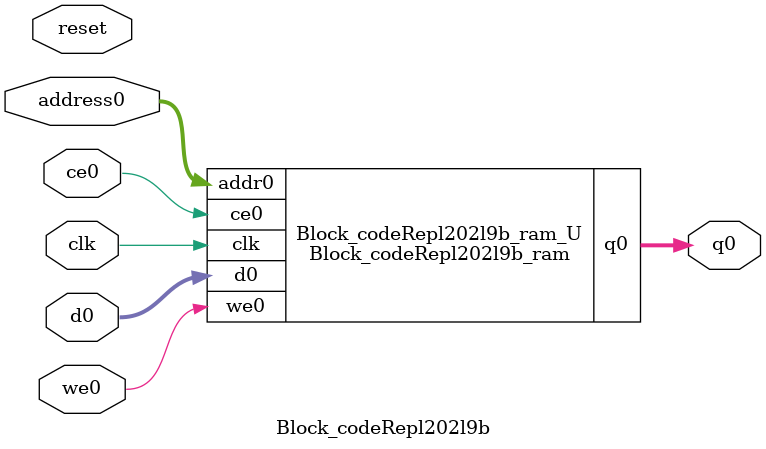
<source format=v>
`timescale 1 ns / 1 ps
module Block_codeRepl202l9b_ram (addr0, ce0, d0, we0, q0,  clk);

parameter DWIDTH = 5;
parameter AWIDTH = 14;
parameter MEM_SIZE = 12800;

input[AWIDTH-1:0] addr0;
input ce0;
input[DWIDTH-1:0] d0;
input we0;
output reg[DWIDTH-1:0] q0;
input clk;

(* ram_style = "block" *)reg [DWIDTH-1:0] ram[0:MEM_SIZE-1];




always @(posedge clk)  
begin 
    if (ce0) begin
        if (we0) 
            ram[addr0] <= d0; 
        q0 <= ram[addr0];
    end
end


endmodule

`timescale 1 ns / 1 ps
module Block_codeRepl202l9b(
    reset,
    clk,
    address0,
    ce0,
    we0,
    d0,
    q0);

parameter DataWidth = 32'd5;
parameter AddressRange = 32'd12800;
parameter AddressWidth = 32'd14;
input reset;
input clk;
input[AddressWidth - 1:0] address0;
input ce0;
input we0;
input[DataWidth - 1:0] d0;
output[DataWidth - 1:0] q0;



Block_codeRepl202l9b_ram Block_codeRepl202l9b_ram_U(
    .clk( clk ),
    .addr0( address0 ),
    .ce0( ce0 ),
    .we0( we0 ),
    .d0( d0 ),
    .q0( q0 ));

endmodule


</source>
